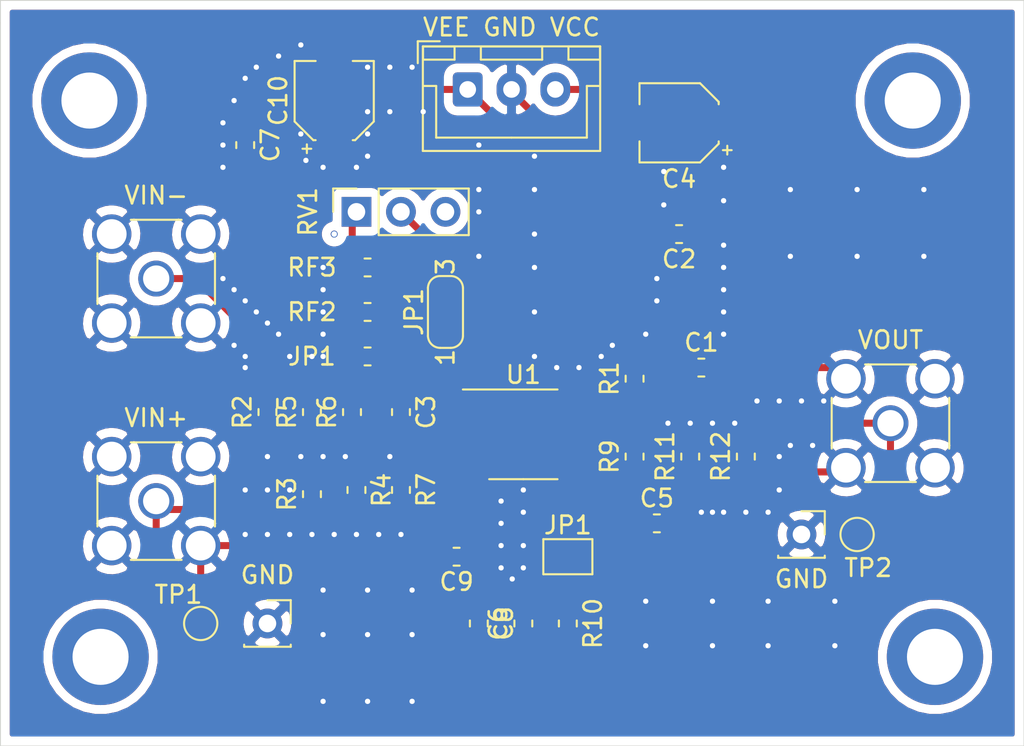
<source format=kicad_pcb>
(kicad_pcb (version 20171130) (host pcbnew "(5.1.2)-2")
  (layers (0 F.Cu signal) (31 B.Cu signal) (34 B.Paste user) (35 F.Paste user) (36 B.SilkS user) (37 F.SilkS user) (38 B.Mask user) (39 F.Mask user) (44 Edge.Cuts user))
  (net 0 "")
  (net 1 /VCC)
  (net 2 GNDREF)
  (net 3 "Net-(C3-Pad2)")
  (net 4 "Net-(C3-Pad1)")
  (net 5 "Net-(C5-Pad1)")
  (net 6 "Net-(C6-Pad1)")
  (net 7 "Net-(C6-Pad2)")
  (net 8 /VEE)
  (net 9 "Net-(J2-Pad1)")
  (net 10 "Net-(J3-Pad1)")
  (net 11 "Net-(J5-Pad1)")
  (net 12 /PD)
  (net 13 "Net-(R4-Pad1)")
  (net 14 "Net-(R11-Pad1)")
  (net 15 "Net-(JP1-Pad1)")
  (net 16 "Net-(JP1-Pad3)")
  (module Package_SO:SOIC-8_3.9x4.9mm_P1.27mm (layer F.Cu) (at 146.05 123.19)
    (fp_text reference U1 (at 0 -3.4) (layer F.SilkS))
    (fp_text value ADA4817-1)
    (fp_line (start 0 2.56) (end 1.95 2.56) (layer F.SilkS) (width 0.12))
    (fp_line (start 0 2.56) (end -1.95 2.56) (layer F.SilkS) (width 0.12))
    (fp_line (start 0 -2.56) (end 1.95 -2.56) (layer F.SilkS) (width 0.12))
    (fp_line (start 0 -2.56) (end -3.45 -2.56) (layer F.SilkS) (width 0.12))
    (pad 1 smd roundrect (at -2.475 -1.905) (size 1.95 0.6) (layers F.Cu F.Paste F.Mask) (net 4 "Net-(C3-Pad1)"))
    (pad 2 smd roundrect (at -2.475 -0.635) (size 1.95 0.6) (layers F.Cu F.Paste F.Mask) (net 3 "Net-(C3-Pad2)"))
    (pad 3 smd roundrect (at -2.475 0.635) (size 1.95 0.6) (layers F.Cu F.Paste F.Mask) (net 13 "Net-(R4-Pad1)"))
    (pad 4 smd roundrect (at -2.475 1.905) (size 1.95 0.6) (layers F.Cu F.Paste F.Mask) (net 8 /VEE))
    (pad 5 smd roundrect (at 2.475 1.905) (size 1.95 0.6) (layers F.Cu F.Paste F.Mask) (net 7 "Net-(C6-Pad2)"))
    (pad 6 smd roundrect (at 2.475 0.635) (size 1.95 0.6) (layers F.Cu F.Paste F.Mask) (net 14 "Net-(R11-Pad1)"))
    (pad 7 smd roundrect (at 2.475 -0.635) (size 1.95 0.6) (layers F.Cu F.Paste F.Mask) (net 1 /VCC))
    (pad 8 smd roundrect (at 2.475 -1.905) (size 1.95 0.6) (layers F.Cu F.Paste F.Mask) (net 12 /PD))
  )
  (module Resistor_SMD:R_0603_1608Metric_Pad1.05x0.95mm_HandSolder (layer F.Cu) (at 131.445 121.92 90)
    (fp_text reference R2 (at 0 -1.43 90) (layer F.SilkS))
    (fp_text value RTN)
    (fp_line (start -0.171267 -0.51) (end 0.171267 -0.51) (layer F.SilkS) (width 0.12))
    (fp_line (start -0.171267 0.51) (end 0.171267 0.51) (layer F.SilkS) (width 0.12))
    (pad 1 smd roundrect (at -0.875 0 90) (size 1.05 0.95) (layers F.Cu F.Paste F.Mask) (net 2 GNDREF))
    (pad 2 smd roundrect (at 0.875 0 90) (size 1.05 0.95) (layers F.Cu F.Paste F.Mask) (net 9 "Net-(J2-Pad1)"))
  )
  (module MountingHole:MountingHole_3.2mm_M3_ISO14580_Pad (layer F.Cu) (at 168.275 104.14)
    (fp_text reference REF** hide)
    (fp_text value MountingHole_3.2mm_M3_ISO14580_Pad)
    (pad 1 thru_hole circle (at 0 0) (size 5.5 5.5) (drill 3.2) (layers *.Cu *.Mask))
  )
  (module MountingHole:MountingHole_3.2mm_M3_ISO14580_Pad (layer F.Cu) (at 169.545 135.89)
    (fp_text reference REF** hide)
    (fp_text value MountingHole_3.2mm_M3_ISO14580_Pad)
    (pad 1 thru_hole circle (at 0 0) (size 5.5 5.5) (drill 3.2) (layers *.Cu *.Mask))
  )
  (module MountingHole:MountingHole_3.2mm_M3_ISO14580_Pad (layer F.Cu) (at 121.92 135.89)
    (fp_text reference REF** hide)
    (fp_text value MountingHole_3.2mm_M3_ISO14580_Pad)
    (pad 1 thru_hole circle (at 0 0) (size 5.5 5.5) (drill 3.2) (layers *.Cu *.Mask))
  )
  (module MountingHole:MountingHole_3.2mm_M3_ISO14580_Pad (layer F.Cu) (at 121.285 104.14)
    (fp_text reference REF** hide)
    (fp_text value MountingHole_3.2mm_M3_ISO14580_Pad)
    (pad 1 thru_hole circle (at 0 0) (size 5.5 5.5) (drill 3.2) (layers *.Cu *.Mask))
  )
  (module Connector_PinSocket_2.54mm:PinSocket_1x01_P2.54mm_Vertical (layer F.Cu) (at 131.445 133.985)
    (fp_text reference GND (at 0 -2.77) (layer F.SilkS))
    (fp_text value PinSocket_1x01_P2.54mm_Vertical)
    (fp_line (start 0 -1.33) (end 1.33 -1.33) (layer F.SilkS) (width 0.12))
    (fp_line (start 1.33 -1.33) (end 1.33 0) (layer F.SilkS) (width 0.12))
    (fp_line (start 1.33 1.21) (end 1.33 1.33) (layer F.SilkS) (width 0.12))
    (fp_line (start -1.33 1.21) (end -1.33 1.33) (layer F.SilkS) (width 0.12))
    (fp_line (start -1.33 1.33) (end 1.33 1.33) (layer F.SilkS) (width 0.12))
    (pad 1 thru_hole circle (at 0 0) (size 1.7 1.7) (drill 1) (layers *.Cu *.Mask) (net 2 GNDREF))
  )
  (module Connector_PinSocket_2.54mm:PinSocket_1x01_P2.54mm_Vertical (layer F.Cu) (at 161.925 128.905)
    (fp_text reference GND (at 0 2.54) (layer F.SilkS))
    (fp_text value PinSocket_1x01_P2.54mm_Vertical)
    (fp_line (start 0 -1.33) (end 1.33 -1.33) (layer F.SilkS) (width 0.12))
    (fp_line (start 1.33 -1.33) (end 1.33 0) (layer F.SilkS) (width 0.12))
    (fp_line (start 1.33 1.21) (end 1.33 1.33) (layer F.SilkS) (width 0.12))
    (fp_line (start -1.33 1.21) (end -1.33 1.33) (layer F.SilkS) (width 0.12))
    (fp_line (start -1.33 1.33) (end 1.33 1.33) (layer F.SilkS) (width 0.12))
    (pad 1 thru_hole circle (at 0 0) (size 1.7 1.7) (drill 1) (layers *.Cu *.Mask) (net 2 GNDREF))
  )
  (module TestPoint:TestPoint_Pad_D1.5mm (layer F.Cu) (at 165.1 128.905)
    (fp_text reference TP2 (at 0.635 1.905) (layer F.SilkS))
    (fp_text value TestPoint_Pad_D1.5mm)
    (fp_circle (center 0 0) (end 0 0.95) (layer F.SilkS) (width 0.12))
    (pad 1 smd circle (at 0 0) (size 1.5 1.5) (layers F.Cu F.Mask) (net 11 "Net-(J5-Pad1)"))
  )
  (module TestPoint:TestPoint_Pad_D1.5mm (layer F.Cu) (at 127.635 133.985)
    (fp_text reference TP1 (at -1.27 -1.648) (layer F.SilkS))
    (fp_text value TestPoint_Pad_D1.5mm)
    (fp_circle (center 0 0) (end 0 0.95) (layer F.SilkS) (width 0.12))
    (pad 1 smd circle (at 0 0) (size 1.5 1.5) (layers F.Cu F.Mask) (net 10 "Net-(J3-Pad1)"))
  )
  (module Connector_JST:JST_XH_B3B-XH-A_1x03_P2.50mm_Vertical (layer F.Cu) (at 142.875 103.505)
    (fp_text reference "VEE GND VCC" (at 2.5 -3.55) (layer F.SilkS))
    (fp_text value Conn_01x03_Male)
    (fp_line (start -2.56 -2.46) (end -2.56 3.51) (layer F.SilkS) (width 0.12))
    (fp_line (start -2.56 3.51) (end 7.56 3.51) (layer F.SilkS) (width 0.12))
    (fp_line (start 7.56 3.51) (end 7.56 -2.46) (layer F.SilkS) (width 0.12))
    (fp_line (start 7.56 -2.46) (end -2.56 -2.46) (layer F.SilkS) (width 0.12))
    (fp_line (start 0.75 -2.45) (end 0.75 -1.7) (layer F.SilkS) (width 0.12))
    (fp_line (start 0.75 -1.7) (end 4.25 -1.7) (layer F.SilkS) (width 0.12))
    (fp_line (start 4.25 -1.7) (end 4.25 -2.45) (layer F.SilkS) (width 0.12))
    (fp_line (start 4.25 -2.45) (end 0.75 -2.45) (layer F.SilkS) (width 0.12))
    (fp_line (start -2.55 -2.45) (end -2.55 -1.7) (layer F.SilkS) (width 0.12))
    (fp_line (start -2.55 -1.7) (end -0.75 -1.7) (layer F.SilkS) (width 0.12))
    (fp_line (start -0.75 -1.7) (end -0.75 -2.45) (layer F.SilkS) (width 0.12))
    (fp_line (start -0.75 -2.45) (end -2.55 -2.45) (layer F.SilkS) (width 0.12))
    (fp_line (start 5.75 -2.45) (end 5.75 -1.7) (layer F.SilkS) (width 0.12))
    (fp_line (start 5.75 -1.7) (end 7.55 -1.7) (layer F.SilkS) (width 0.12))
    (fp_line (start 7.55 -1.7) (end 7.55 -2.45) (layer F.SilkS) (width 0.12))
    (fp_line (start 7.55 -2.45) (end 5.75 -2.45) (layer F.SilkS) (width 0.12))
    (fp_line (start -2.55 -0.2) (end -1.8 -0.2) (layer F.SilkS) (width 0.12))
    (fp_line (start -1.8 -0.2) (end -1.8 2.75) (layer F.SilkS) (width 0.12))
    (fp_line (start -1.8 2.75) (end 2.5 2.75) (layer F.SilkS) (width 0.12))
    (fp_line (start 7.55 -0.2) (end 6.8 -0.2) (layer F.SilkS) (width 0.12))
    (fp_line (start 6.8 -0.2) (end 6.8 2.75) (layer F.SilkS) (width 0.12))
    (fp_line (start 6.8 2.75) (end 2.5 2.75) (layer F.SilkS) (width 0.12))
    (fp_line (start -1.6 -2.75) (end -2.85 -2.75) (layer F.SilkS) (width 0.12))
    (fp_line (start -2.85 -2.75) (end -2.85 -1.5) (layer F.SilkS) (width 0.12))
    (pad 1 thru_hole roundrect (at 0 0) (size 1.7 1.95) (drill 0.95) (layers *.Cu *.Mask) (roundrect_rratio 0.147059) (net 8 /VEE))
    (pad 2 thru_hole oval (at 2.5 0) (size 1.7 1.95) (drill 0.95) (layers *.Cu *.Mask) (net 2 GNDREF))
    (pad 3 thru_hole oval (at 5 0) (size 1.7 1.95) (drill 0.95) (layers *.Cu *.Mask) (net 1 /VCC))
  )
  (module Jumper:SolderJumper-2_P1.3mm_Open_TrianglePad1.0x1.5mm (layer F.Cu) (at 148.59 130.175)
    (fp_text reference JP1 (at 0 -1.8) (layer F.SilkS))
    (fp_text value SolderJumper-2_P1.3mm_Open_TrianglePad1.0x1.5mm)
    (fp_line (start -1.4 -1) (end 1.4 -1) (layer F.SilkS) (width 0.12))
    (fp_line (start 1.4 -1) (end 1.4 1) (layer F.SilkS) (width 0.12))
    (fp_line (start 1.4 1) (end -1.4 1) (layer F.SilkS) (width 0.12))
    (fp_line (start -1.4 1) (end -1.4 -1) (layer F.SilkS) (width 0.12))
    (pad 1 smd custom (at -0.725 0) (size 0.3 0.3) (layers F.Cu F.Mask) (net 7 "Net-(C6-Pad2)") (options (clearance outline) (anchor rect)) (primitives (gr_poly (pts (xy -0.5 -0.75) (xy 0.5 -0.75) (xy 1 0) (xy 0.5 0.75) (xy -0.5 0.75)) (width 0))))
    (pad 2 smd custom (at 0.725 0) (size 0.3 0.3) (layers F.Cu F.Mask) (net 7 "Net-(C6-Pad2)") (options (clearance outline) (anchor rect)) (primitives (gr_poly (pts (xy -0.65 -0.75) (xy 0.5 -0.75) (xy 0.5 0.75) (xy -0.65 0.75) (xy -0.15 0)) (width 0))))
  )
  (module Capacitor_SMD:C_0603_1608Metric_Pad1.05x0.95mm_HandSolder (layer F.Cu) (at 156.21 119.38)
    (fp_text reference C1 (at 0 -1.43) (layer F.SilkS))
    (fp_text value 0.1uF)
    (fp_line (start -0.171267 -0.51) (end 0.171267 -0.51) (layer F.SilkS) (width 0.12))
    (fp_line (start -0.171267 0.51) (end 0.171267 0.51) (layer F.SilkS) (width 0.12))
    (pad 1 smd roundrect (at -0.875 0) (size 1.05 0.95) (layers F.Cu F.Paste F.Mask) (net 1 /VCC))
    (pad 2 smd roundrect (at 0.875 0) (size 1.05 0.95) (layers F.Cu F.Paste F.Mask) (net 2 GNDREF))
  )
  (module Capacitor_SMD:C_0603_1608Metric_Pad1.05x0.95mm_HandSolder (layer F.Cu) (at 154.94 111.76 180)
    (fp_text reference C2 (at 0 -1.43) (layer F.SilkS))
    (fp_text value 0.1uF)
    (fp_line (start -0.171267 0.51) (end 0.171267 0.51) (layer F.SilkS) (width 0.12))
    (fp_line (start -0.171267 -0.51) (end 0.171267 -0.51) (layer F.SilkS) (width 0.12))
    (pad 2 smd roundrect (at 0.875 0 180) (size 1.05 0.95) (layers F.Cu F.Paste F.Mask) (net 2 GNDREF))
    (pad 1 smd roundrect (at -0.875 0 180) (size 1.05 0.95) (layers F.Cu F.Paste F.Mask) (net 1 /VCC))
  )
  (module Capacitor_SMD:C_0603_1608Metric_Pad1.05x0.95mm_HandSolder (layer F.Cu) (at 139.065 121.92 270)
    (fp_text reference C3 (at 0 -1.43 90) (layer F.SilkS))
    (fp_text value CF)
    (fp_line (start -0.171267 0.51) (end 0.171267 0.51) (layer F.SilkS) (width 0.12))
    (fp_line (start -0.171267 -0.51) (end 0.171267 -0.51) (layer F.SilkS) (width 0.12))
    (pad 2 smd roundrect (at 0.875 0 270) (size 1.05 0.95) (layers F.Cu F.Paste F.Mask) (net 3 "Net-(C3-Pad2)"))
    (pad 1 smd roundrect (at -0.875 0 270) (size 1.05 0.95) (layers F.Cu F.Paste F.Mask) (net 4 "Net-(C3-Pad1)"))
  )
  (module Capacitor_SMD:CP_Elec_4x5.4 (layer F.Cu) (at 154.94 105.41 180)
    (fp_text reference C4 (at 0 -3.2) (layer F.SilkS))
    (fp_text value 10uF)
    (fp_line (start -2.75 -1.81) (end -2.75 -1.31) (layer F.SilkS) (width 0.12))
    (fp_line (start -3 -1.56) (end -2.5 -1.56) (layer F.SilkS) (width 0.12))
    (fp_line (start -2.26 1.195563) (end -1.195563 2.26) (layer F.SilkS) (width 0.12))
    (fp_line (start -2.26 -1.195563) (end -1.195563 -2.26) (layer F.SilkS) (width 0.12))
    (fp_line (start -2.26 -1.195563) (end -2.26 -1.06) (layer F.SilkS) (width 0.12))
    (fp_line (start -2.26 1.195563) (end -2.26 1.06) (layer F.SilkS) (width 0.12))
    (fp_line (start -1.195563 2.26) (end 2.26 2.26) (layer F.SilkS) (width 0.12))
    (fp_line (start -1.195563 -2.26) (end 2.26 -2.26) (layer F.SilkS) (width 0.12))
    (fp_line (start 2.26 -2.26) (end 2.26 -1.06) (layer F.SilkS) (width 0.12))
    (fp_line (start 2.26 2.26) (end 2.26 1.06) (layer F.SilkS) (width 0.12))
    (pad 2 smd roundrect (at 1.8 0 180) (size 2.6 1.6) (layers F.Cu F.Paste F.Mask) (roundrect_rratio 0.15625) (net 2 GNDREF))
    (pad 1 smd roundrect (at -1.8 0 180) (size 2.6 1.6) (layers F.Cu F.Paste F.Mask) (roundrect_rratio 0.15625) (net 1 /VCC))
  )
  (module Capacitor_SMD:C_0603_1608Metric_Pad1.05x0.95mm_HandSolder (layer F.Cu) (at 153.67 128.27)
    (fp_text reference C5 (at 0 -1.43) (layer F.SilkS))
    (fp_text value CL)
    (fp_line (start -0.171267 -0.51) (end 0.171267 -0.51) (layer F.SilkS) (width 0.12))
    (fp_line (start -0.171267 0.51) (end 0.171267 0.51) (layer F.SilkS) (width 0.12))
    (pad 1 smd roundrect (at -0.875 0) (size 1.05 0.95) (layers F.Cu F.Paste F.Mask) (net 5 "Net-(C5-Pad1)"))
    (pad 2 smd roundrect (at 0.875 0) (size 1.05 0.95) (layers F.Cu F.Paste F.Mask) (net 2 GNDREF))
  )
  (module Capacitor_SMD:C_0603_1608Metric_Pad1.05x0.95mm_HandSolder (layer F.Cu) (at 146.05 133.985 90)
    (fp_text reference C6 (at 0 -1.43 90) (layer F.SilkS))
    (fp_text value C)
    (fp_line (start -0.171267 0.51) (end 0.171267 0.51) (layer F.SilkS) (width 0.12))
    (fp_line (start -0.171267 -0.51) (end 0.171267 -0.51) (layer F.SilkS) (width 0.12))
    (pad 2 smd roundrect (at 0.875 0 90) (size 1.05 0.95) (layers F.Cu F.Paste F.Mask) (net 7 "Net-(C6-Pad2)"))
    (pad 1 smd roundrect (at -0.875 0 90) (size 1.05 0.95) (layers F.Cu F.Paste F.Mask) (net 6 "Net-(C6-Pad1)"))
  )
  (module Capacitor_SMD:C_0603_1608Metric_Pad1.05x0.95mm_HandSolder (layer F.Cu) (at 130.175 106.68 270)
    (fp_text reference C7 (at 0 -1.43 90) (layer F.SilkS))
    (fp_text value 0.1uF)
    (fp_line (start -0.171267 -0.51) (end 0.171267 -0.51) (layer F.SilkS) (width 0.12))
    (fp_line (start -0.171267 0.51) (end 0.171267 0.51) (layer F.SilkS) (width 0.12))
    (pad 1 smd roundrect (at -0.875 0 270) (size 1.05 0.95) (layers F.Cu F.Paste F.Mask) (net 8 /VEE))
    (pad 2 smd roundrect (at 0.875 0 270) (size 1.05 0.95) (layers F.Cu F.Paste F.Mask) (net 2 GNDREF))
  )
  (module Capacitor_SMD:C_0603_1608Metric_Pad1.05x0.95mm_HandSolder (layer F.Cu) (at 143.51 133.985 270)
    (fp_text reference C8 (at 0 -1.43 90) (layer F.SilkS))
    (fp_text value C)
    (fp_line (start -0.171267 -0.51) (end 0.171267 -0.51) (layer F.SilkS) (width 0.12))
    (fp_line (start -0.171267 0.51) (end 0.171267 0.51) (layer F.SilkS) (width 0.12))
    (pad 1 smd roundrect (at -0.875 0 270) (size 1.05 0.95) (layers F.Cu F.Paste F.Mask) (net 8 /VEE))
    (pad 2 smd roundrect (at 0.875 0 270) (size 1.05 0.95) (layers F.Cu F.Paste F.Mask) (net 6 "Net-(C6-Pad1)"))
  )
  (module Capacitor_SMD:C_0603_1608Metric_Pad1.05x0.95mm_HandSolder (layer F.Cu) (at 142.24 130.175 180)
    (fp_text reference C9 (at 0 -1.43) (layer F.SilkS))
    (fp_text value 0.1uF)
    (fp_line (start -0.171267 0.51) (end 0.171267 0.51) (layer F.SilkS) (width 0.12))
    (fp_line (start -0.171267 -0.51) (end 0.171267 -0.51) (layer F.SilkS) (width 0.12))
    (pad 2 smd roundrect (at 0.875 0 180) (size 1.05 0.95) (layers F.Cu F.Paste F.Mask) (net 2 GNDREF))
    (pad 1 smd roundrect (at -0.875 0 180) (size 1.05 0.95) (layers F.Cu F.Paste F.Mask) (net 8 /VEE))
  )
  (module Capacitor_SMD:CP_Elec_4x5.4 (layer F.Cu) (at 135.255 104.14 90)
    (fp_text reference C10 (at 0 -3.2 90) (layer F.SilkS))
    (fp_text value 10uF)
    (fp_line (start 2.26 2.26) (end 2.26 1.06) (layer F.SilkS) (width 0.12))
    (fp_line (start 2.26 -2.26) (end 2.26 -1.06) (layer F.SilkS) (width 0.12))
    (fp_line (start -1.195563 -2.26) (end 2.26 -2.26) (layer F.SilkS) (width 0.12))
    (fp_line (start -1.195563 2.26) (end 2.26 2.26) (layer F.SilkS) (width 0.12))
    (fp_line (start -2.26 1.195563) (end -2.26 1.06) (layer F.SilkS) (width 0.12))
    (fp_line (start -2.26 -1.195563) (end -2.26 -1.06) (layer F.SilkS) (width 0.12))
    (fp_line (start -2.26 -1.195563) (end -1.195563 -2.26) (layer F.SilkS) (width 0.12))
    (fp_line (start -2.26 1.195563) (end -1.195563 2.26) (layer F.SilkS) (width 0.12))
    (fp_line (start -3 -1.56) (end -2.5 -1.56) (layer F.SilkS) (width 0.12))
    (fp_line (start -2.75 -1.81) (end -2.75 -1.31) (layer F.SilkS) (width 0.12))
    (pad 1 smd roundrect (at -1.8 0 90) (size 2.6 1.6) (layers F.Cu F.Paste F.Mask) (roundrect_rratio 0.15625) (net 2 GNDREF))
    (pad 2 smd roundrect (at 1.8 0 90) (size 2.6 1.6) (layers F.Cu F.Paste F.Mask) (roundrect_rratio 0.15625) (net 8 /VEE))
  )
  (module Connector_Coaxial:SMA_Amphenol_132134-11_Vertical (layer F.Cu) (at 125.095 114.3)
    (fp_text reference VIN- (at 0 -4.75) (layer F.SilkS))
    (fp_text value -VIN)
    (fp_line (start -3.355 -1.45) (end -3.355 1.45) (layer F.SilkS) (width 0.12))
    (fp_line (start 3.355 -1.45) (end 3.355 1.45) (layer F.SilkS) (width 0.12))
    (fp_line (start -1.45 3.355) (end 1.45 3.355) (layer F.SilkS) (width 0.12))
    (fp_line (start -1.45 -3.355) (end 1.45 -3.355) (layer F.SilkS) (width 0.12))
    (pad 1 thru_hole circle (at 0 0) (size 2.05 2.05) (drill 1.5) (layers *.Cu *.Mask) (net 9 "Net-(J2-Pad1)"))
    (pad 2 thru_hole circle (at 2.54 2.54) (size 2.25 2.25) (drill 1.7) (layers *.Cu *.Mask) (net 2 GNDREF))
    (pad 2 thru_hole circle (at 2.54 -2.54) (size 2.25 2.25) (drill 1.7) (layers *.Cu *.Mask) (net 2 GNDREF))
    (pad 2 thru_hole circle (at -2.54 -2.54) (size 2.25 2.25) (drill 1.7) (layers *.Cu *.Mask) (net 2 GNDREF))
    (pad 2 thru_hole circle (at -2.54 2.54) (size 2.25 2.25) (drill 1.7) (layers *.Cu *.Mask) (net 2 GNDREF))
  )
  (module Connector_Coaxial:SMA_Amphenol_132134-11_Vertical (layer F.Cu) (at 125.095 127)
    (fp_text reference VIN+ (at 0 -4.75) (layer F.SilkS))
    (fp_text value +VIN)
    (fp_line (start -3.355 -1.45) (end -3.355 1.45) (layer F.SilkS) (width 0.12))
    (fp_line (start 3.355 -1.45) (end 3.355 1.45) (layer F.SilkS) (width 0.12))
    (fp_line (start -1.45 3.355) (end 1.45 3.355) (layer F.SilkS) (width 0.12))
    (fp_line (start -1.45 -3.355) (end 1.45 -3.355) (layer F.SilkS) (width 0.12))
    (pad 1 thru_hole circle (at 0 0) (size 2.05 2.05) (drill 1.5) (layers *.Cu *.Mask) (net 10 "Net-(J3-Pad1)"))
    (pad 2 thru_hole circle (at 2.54 2.54) (size 2.25 2.25) (drill 1.7) (layers *.Cu *.Mask) (net 2 GNDREF))
    (pad 2 thru_hole circle (at 2.54 -2.54) (size 2.25 2.25) (drill 1.7) (layers *.Cu *.Mask) (net 2 GNDREF))
    (pad 2 thru_hole circle (at -2.54 -2.54) (size 2.25 2.25) (drill 1.7) (layers *.Cu *.Mask) (net 2 GNDREF))
    (pad 2 thru_hole circle (at -2.54 2.54) (size 2.25 2.25) (drill 1.7) (layers *.Cu *.Mask) (net 2 GNDREF))
  )
  (module Connector_Coaxial:SMA_Amphenol_132134-11_Vertical (layer F.Cu) (at 167.005 122.555)
    (fp_text reference VOUT (at 0 -4.75) (layer F.SilkS))
    (fp_text value VOUT)
    (fp_line (start -1.45 -3.355) (end 1.45 -3.355) (layer F.SilkS) (width 0.12))
    (fp_line (start -1.45 3.355) (end 1.45 3.355) (layer F.SilkS) (width 0.12))
    (fp_line (start 3.355 -1.45) (end 3.355 1.45) (layer F.SilkS) (width 0.12))
    (fp_line (start -3.355 -1.45) (end -3.355 1.45) (layer F.SilkS) (width 0.12))
    (pad 2 thru_hole circle (at -2.54 2.54) (size 2.25 2.25) (drill 1.7) (layers *.Cu *.Mask) (net 2 GNDREF))
    (pad 2 thru_hole circle (at -2.54 -2.54) (size 2.25 2.25) (drill 1.7) (layers *.Cu *.Mask) (net 2 GNDREF))
    (pad 2 thru_hole circle (at 2.54 -2.54) (size 2.25 2.25) (drill 1.7) (layers *.Cu *.Mask) (net 2 GNDREF))
    (pad 2 thru_hole circle (at 2.54 2.54) (size 2.25 2.25) (drill 1.7) (layers *.Cu *.Mask) (net 2 GNDREF))
    (pad 1 thru_hole circle (at 0 0) (size 2.05 2.05) (drill 1.5) (layers *.Cu *.Mask) (net 11 "Net-(J5-Pad1)"))
  )
  (module Jumper:SolderJumper-3_P1.3mm_Open_RoundedPad1.0x1.5mm_NumberLabels (layer F.Cu) (at 141.605 116.205 90)
    (fp_text reference JP1 (at 0 -1.8 90) (layer F.SilkS))
    (fp_text value Jumper_3_Open)
    (fp_text user 3 (at 2.6 0 90) (layer F.SilkS))
    (fp_text user 1 (at -2.6 0 90) (layer F.SilkS))
    (fp_line (start -2.05 0.3) (end -2.05 -0.3) (layer F.SilkS) (width 0.12))
    (fp_line (start 1.4 1) (end -1.4 1) (layer F.SilkS) (width 0.12))
    (fp_line (start 2.05 -0.3) (end 2.05 0.3) (layer F.SilkS) (width 0.12))
    (fp_line (start -1.4 -1) (end 1.4 -1) (layer F.SilkS) (width 0.12))
    (fp_arc (start 1.35 -0.3) (end 2.05 -0.3) (angle -90) (layer F.SilkS) (width 0.12))
    (fp_arc (start 1.35 0.3) (end 1.35 1) (angle -90) (layer F.SilkS) (width 0.12))
    (fp_arc (start -1.35 0.3) (end -2.05 0.3) (angle -90) (layer F.SilkS) (width 0.12))
    (fp_arc (start -1.35 -0.3) (end -1.35 -1) (angle -90) (layer F.SilkS) (width 0.12))
    (pad 1 smd custom (at -1.3 0 90) (size 1 0.5) (layers F.Cu F.Mask) (net 15 "Net-(JP1-Pad1)") (options (clearance outline) (anchor rect)) (primitives (gr_circle (center 0 0.25) (end 0.5 0.25) (width 0)) (gr_circle (center 0 -0.25) (end 0.5 -0.25) (width 0)) (gr_poly (pts (xy 0.55 -0.75) (xy 0 -0.75) (xy 0 0.75) (xy 0.55 0.75)) (width 0))))
    (pad 3 smd custom (at 1.3 0 90) (size 1 0.5) (layers F.Cu F.Mask) (net 16 "Net-(JP1-Pad3)") (options (clearance outline) (anchor rect)) (primitives (gr_circle (center 0 0.25) (end 0.5 0.25) (width 0)) (gr_circle (center 0 -0.25) (end 0.5 -0.25) (width 0)) (gr_poly (pts (xy -0.55 -0.75) (xy 0 -0.75) (xy 0 0.75) (xy -0.55 0.75)) (width 0))))
    (pad 2 smd rect (at 0 0 90) (size 1 1.5) (layers F.Cu F.Mask) (net 4 "Net-(C3-Pad1)"))
  )
  (module Resistor_SMD:R_0603_1608Metric_Pad1.05x0.95mm_HandSolder (layer F.Cu) (at 152.4 120.015 90)
    (fp_text reference R1 (at 0 -1.43 90) (layer F.SilkS))
    (fp_text value 1kΩ)
    (fp_line (start -0.171267 0.51) (end 0.171267 0.51) (layer F.SilkS) (width 0.12))
    (fp_line (start -0.171267 -0.51) (end 0.171267 -0.51) (layer F.SilkS) (width 0.12))
    (pad 2 smd roundrect (at 0.875 0 90) (size 1.05 0.95) (layers F.Cu F.Paste F.Mask) (net 12 /PD))
    (pad 1 smd roundrect (at -0.875 0 90) (size 1.05 0.95) (layers F.Cu F.Paste F.Mask) (net 1 /VCC))
  )
  (module Resistor_SMD:R_0603_1608Metric_Pad1.05x0.95mm_HandSolder (layer F.Cu) (at 133.985 126.605 90)
    (fp_text reference R3 (at 0 -1.43 90) (layer F.SilkS))
    (fp_text value RTP)
    (fp_line (start -0.171267 0.51) (end 0.171267 0.51) (layer F.SilkS) (width 0.12))
    (fp_line (start -0.171267 -0.51) (end 0.171267 -0.51) (layer F.SilkS) (width 0.12))
    (pad 2 smd roundrect (at 0.875 0 90) (size 1.05 0.95) (layers F.Cu F.Paste F.Mask) (net 2 GNDREF))
    (pad 1 smd roundrect (at -0.875 0 90) (size 1.05 0.95) (layers F.Cu F.Paste F.Mask) (net 10 "Net-(J3-Pad1)"))
  )
  (module Resistor_SMD:R_0603_1608Metric_Pad1.05x0.95mm_HandSolder (layer F.Cu) (at 136.525 126.365 270)
    (fp_text reference R4 (at 0 -1.43 90) (layer F.SilkS))
    (fp_text value R)
    (fp_line (start -0.171267 -0.51) (end 0.171267 -0.51) (layer F.SilkS) (width 0.12))
    (fp_line (start -0.171267 0.51) (end 0.171267 0.51) (layer F.SilkS) (width 0.12))
    (pad 1 smd roundrect (at -0.875 0 270) (size 1.05 0.95) (layers F.Cu F.Paste F.Mask) (net 13 "Net-(R4-Pad1)"))
    (pad 2 smd roundrect (at 0.875 0 270) (size 1.05 0.95) (layers F.Cu F.Paste F.Mask) (net 10 "Net-(J3-Pad1)"))
  )
  (module Resistor_SMD:R_0603_1608Metric_Pad1.05x0.95mm_HandSolder (layer F.Cu) (at 133.985 121.92 90)
    (fp_text reference R5 (at 0 -1.43 90) (layer F.SilkS))
    (fp_text value R)
    (fp_line (start -0.171267 -0.51) (end 0.171267 -0.51) (layer F.SilkS) (width 0.12))
    (fp_line (start -0.171267 0.51) (end 0.171267 0.51) (layer F.SilkS) (width 0.12))
    (pad 1 smd roundrect (at -0.875 0 90) (size 1.05 0.95) (layers F.Cu F.Paste F.Mask) (net 3 "Net-(C3-Pad2)"))
    (pad 2 smd roundrect (at 0.875 0 90) (size 1.05 0.95) (layers F.Cu F.Paste F.Mask) (net 9 "Net-(J2-Pad1)"))
  )
  (module Resistor_SMD:R_0603_1608Metric_Pad1.05x0.95mm_HandSolder (layer F.Cu) (at 136.271 121.92 90)
    (fp_text reference R6 (at 0 -1.43 90) (layer F.SilkS))
    (fp_text value R)
    (fp_line (start -0.171267 0.51) (end 0.171267 0.51) (layer F.SilkS) (width 0.12))
    (fp_line (start -0.171267 -0.51) (end 0.171267 -0.51) (layer F.SilkS) (width 0.12))
    (pad 2 smd roundrect (at 0.875 0 90) (size 1.05 0.95) (layers F.Cu F.Paste F.Mask) (net 3 "Net-(C3-Pad2)"))
    (pad 1 smd roundrect (at -0.875 0 90) (size 1.05 0.95) (layers F.Cu F.Paste F.Mask) (net 2 GNDREF))
  )
  (module Resistor_SMD:R_0603_1608Metric_Pad1.05x0.95mm_HandSolder (layer F.Cu) (at 139.065 126.365 270)
    (fp_text reference R7 (at 0 -1.43 90) (layer F.SilkS))
    (fp_text value R)
    (fp_line (start -0.171267 -0.51) (end 0.171267 -0.51) (layer F.SilkS) (width 0.12))
    (fp_line (start -0.171267 0.51) (end 0.171267 0.51) (layer F.SilkS) (width 0.12))
    (pad 1 smd roundrect (at -0.875 0 270) (size 1.05 0.95) (layers F.Cu F.Paste F.Mask) (net 13 "Net-(R4-Pad1)"))
    (pad 2 smd roundrect (at 0.875 0 270) (size 1.05 0.95) (layers F.Cu F.Paste F.Mask) (net 2 GNDREF))
  )
  (module Resistor_SMD:R_0603_1608Metric_Pad1.05x0.95mm_HandSolder (layer F.Cu) (at 152.4 124.46 90)
    (fp_text reference R9 (at 0 -1.43 90) (layer F.SilkS))
    (fp_text value RS)
    (fp_line (start -0.171267 -0.51) (end 0.171267 -0.51) (layer F.SilkS) (width 0.12))
    (fp_line (start -0.171267 0.51) (end 0.171267 0.51) (layer F.SilkS) (width 0.12))
    (pad 1 smd roundrect (at -0.875 0 90) (size 1.05 0.95) (layers F.Cu F.Paste F.Mask) (net 5 "Net-(C5-Pad1)"))
    (pad 2 smd roundrect (at 0.875 0 90) (size 1.05 0.95) (layers F.Cu F.Paste F.Mask) (net 14 "Net-(R11-Pad1)"))
  )
  (module Resistor_SMD:R_0603_1608Metric_Pad1.05x0.95mm_HandSolder (layer F.Cu) (at 148.59 133.985 270)
    (fp_text reference R10 (at 0 -1.43 90) (layer F.SilkS))
    (fp_text value R)
    (fp_line (start -0.171267 0.51) (end 0.171267 0.51) (layer F.SilkS) (width 0.12))
    (fp_line (start -0.171267 -0.51) (end 0.171267 -0.51) (layer F.SilkS) (width 0.12))
    (pad 2 smd roundrect (at 0.875 0 270) (size 1.05 0.95) (layers F.Cu F.Paste F.Mask) (net 6 "Net-(C6-Pad1)"))
    (pad 1 smd roundrect (at -0.875 0 270) (size 1.05 0.95) (layers F.Cu F.Paste F.Mask) (net 7 "Net-(C6-Pad2)"))
  )
  (module Resistor_SMD:R_0603_1608Metric_Pad1.05x0.95mm_HandSolder (layer F.Cu) (at 155.575 124.46 90)
    (fp_text reference R11 (at 0 -1.43 90) (layer F.SilkS))
    (fp_text value R)
    (fp_line (start -0.171267 0.51) (end 0.171267 0.51) (layer F.SilkS) (width 0.12))
    (fp_line (start -0.171267 -0.51) (end 0.171267 -0.51) (layer F.SilkS) (width 0.12))
    (pad 2 smd roundrect (at 0.875 0 90) (size 1.05 0.95) (layers F.Cu F.Paste F.Mask) (net 11 "Net-(J5-Pad1)"))
    (pad 1 smd roundrect (at -0.875 0 90) (size 1.05 0.95) (layers F.Cu F.Paste F.Mask) (net 14 "Net-(R11-Pad1)"))
  )
  (module Resistor_SMD:R_0603_1608Metric_Pad1.05x0.95mm_HandSolder (layer F.Cu) (at 158.75 124.46 90)
    (fp_text reference R12 (at 0 -1.43 90) (layer F.SilkS))
    (fp_text value R)
    (fp_line (start -0.171267 -0.51) (end 0.171267 -0.51) (layer F.SilkS) (width 0.12))
    (fp_line (start -0.171267 0.51) (end 0.171267 0.51) (layer F.SilkS) (width 0.12))
    (pad 1 smd roundrect (at -0.875 0 90) (size 1.05 0.95) (layers F.Cu F.Paste F.Mask) (net 2 GNDREF))
    (pad 2 smd roundrect (at 0.875 0 90) (size 1.05 0.95) (layers F.Cu F.Paste F.Mask) (net 11 "Net-(J5-Pad1)"))
  )
  (module Resistor_SMD:R_0603_1608Metric_Pad1.05x0.95mm_HandSolder (layer F.Cu) (at 137.16 118.745)
    (fp_text reference JP1 (at -3.175 0) (layer F.SilkS))
    (fp_text value R)
    (fp_line (start -0.171267 0.51) (end 0.171267 0.51) (layer F.SilkS) (width 0.12))
    (fp_line (start -0.171267 -0.51) (end 0.171267 -0.51) (layer F.SilkS) (width 0.12))
    (pad 2 smd roundrect (at 0.875 0) (size 1.05 0.95) (layers F.Cu F.Paste F.Mask) (net 15 "Net-(JP1-Pad1)"))
    (pad 1 smd roundrect (at -0.875 0) (size 1.05 0.95) (layers F.Cu F.Paste F.Mask) (net 3 "Net-(C3-Pad2)"))
  )
  (module Resistor_SMD:R_0603_1608Metric_Pad1.05x0.95mm_HandSolder (layer F.Cu) (at 137.16 116.205)
    (fp_text reference RF2 (at -3.175 0) (layer F.SilkS))
    (fp_text value R)
    (fp_line (start -0.171267 -0.51) (end 0.171267 -0.51) (layer F.SilkS) (width 0.12))
    (fp_line (start -0.171267 0.51) (end 0.171267 0.51) (layer F.SilkS) (width 0.12))
    (pad 1 smd roundrect (at -0.875 0) (size 1.05 0.95) (layers F.Cu F.Paste F.Mask) (net 3 "Net-(C3-Pad2)"))
    (pad 2 smd roundrect (at 0.875 0) (size 1.05 0.95) (layers F.Cu F.Paste F.Mask) (net 15 "Net-(JP1-Pad1)"))
  )
  (module Resistor_SMD:R_0603_1608Metric_Pad1.05x0.95mm_HandSolder (layer F.Cu) (at 137.16 113.665 180)
    (fp_text reference RF3 (at 3.175 0) (layer F.SilkS))
    (fp_text value R)
    (fp_line (start -0.171267 0.51) (end 0.171267 0.51) (layer F.SilkS) (width 0.12))
    (fp_line (start -0.171267 -0.51) (end 0.171267 -0.51) (layer F.SilkS) (width 0.12))
    (pad 2 smd roundrect (at 0.875 0 180) (size 1.05 0.95) (layers F.Cu F.Paste F.Mask) (net 3 "Net-(C3-Pad2)"))
    (pad 1 smd roundrect (at -0.875 0 180) (size 1.05 0.95) (layers F.Cu F.Paste F.Mask) (net 15 "Net-(JP1-Pad1)"))
  )
  (module Connector_PinSocket_2.54mm:PinSocket_1x03_P2.54mm_Vertical (layer F.Cu) (at 136.525 110.49 90)
    (fp_text reference RV1 (at 0 -2.77 90) (layer F.SilkS))
    (fp_text value R_POT)
    (fp_line (start -1.33 1.27) (end 1.33 1.27) (layer F.SilkS) (width 0.12))
    (fp_line (start -1.33 1.27) (end -1.33 6.41) (layer F.SilkS) (width 0.12))
    (fp_line (start -1.33 6.41) (end 1.33 6.41) (layer F.SilkS) (width 0.12))
    (fp_line (start 1.33 1.27) (end 1.33 6.41) (layer F.SilkS) (width 0.12))
    (fp_line (start 1.33 -1.33) (end 1.33 0) (layer F.SilkS) (width 0.12))
    (fp_line (start 0 -1.33) (end 1.33 -1.33) (layer F.SilkS) (width 0.12))
    (pad 1 thru_hole rect (at 0 0 90) (size 1.7 1.7) (drill 1) (layers *.Cu *.Mask) (net 3 "Net-(C3-Pad2)"))
    (pad 2 thru_hole oval (at 0 2.54 90) (size 1.7 1.7) (drill 1) (layers *.Cu *.Mask) (net 16 "Net-(JP1-Pad3)"))
    (pad 3 thru_hole oval (at 0 5.08 90) (size 1.7 1.7) (drill 1) (layers *.Cu *.Mask))
  )
  (gr_line (start 116.205 98.425) (end 116.205 99.695) (layer Edge.Cuts) (width 0.05))
  (gr_line (start 174.625 98.425) (end 116.205 98.425) (layer Edge.Cuts) (width 0.05))
  (gr_line (start 174.625 140.97) (end 174.625 98.425) (layer Edge.Cuts) (width 0.05))
  (gr_line (start 116.205 140.97) (end 174.625 140.97) (layer Edge.Cuts) (width 0.05))
  (gr_line (start 116.205 99.695) (end 116.205 140.97) (layer Edge.Cuts) (width 0.05))
  (via (at 135.255 111.76) (size 0.4) (drill 0.3) (layers F.Cu B.Cu) (net 0))
  (segment (start 150.735 122.555) (end 152.4 120.89) (width 0.4) (layer F.Cu) (net 1))
  (segment (start 148.525 122.555) (end 150.735 122.555) (width 0.4) (layer F.Cu) (net 1))
  (segment (start 153.825 120.89) (end 155.335 119.38) (width 0.4) (layer F.Cu) (net 1))
  (segment (start 152.4 120.89) (end 153.825 120.89) (width 0.4) (layer F.Cu) (net 1))
  (segment (start 155.335 112.24) (end 155.815 111.76) (width 0.4) (layer F.Cu) (net 1))
  (segment (start 155.335 119.38) (end 155.335 112.24) (width 0.4) (layer F.Cu) (net 1))
  (segment (start 155.815 106.335) (end 156.74 105.41) (width 0.4) (layer F.Cu) (net 1))
  (segment (start 155.815 111.76) (end 155.815 106.335) (width 0.4) (layer F.Cu) (net 1))
  (segment (start 149.125 103.505) (end 147.875 103.505) (width 0.4) (layer F.Cu) (net 1))
  (segment (start 155.735 103.505) (end 149.125 103.505) (width 0.4) (layer F.Cu) (net 1))
  (segment (start 156.74 104.51) (end 155.735 103.505) (width 0.4) (layer F.Cu) (net 1))
  (segment (start 156.74 105.41) (end 156.74 104.51) (width 0.4) (layer F.Cu) (net 1))
  (segment (start 131.445 123.19) (end 133.985 125.73) (width 0.4) (layer F.Cu) (net 2))
  (segment (start 131.445 122.795) (end 131.445 123.19) (width 0.4) (layer F.Cu) (net 2))
  (segment (start 133.985 125.73) (end 134.62 125.73) (width 0.4) (layer F.Cu) (net 2))
  (segment (start 136.271 124.079) (end 136.271 122.795) (width 0.4) (layer F.Cu) (net 2))
  (segment (start 134.62 125.73) (end 135.89 124.46) (width 0.4) (layer F.Cu) (net 2))
  (segment (start 163.83 119.38) (end 164.465 120.015) (width 0.4) (layer F.Cu) (net 2))
  (segment (start 157.085 119.38) (end 163.83 119.38) (width 0.4) (layer F.Cu) (net 2))
  (segment (start 164.225 125.335) (end 164.465 125.095) (width 0.4) (layer F.Cu) (net 2))
  (segment (start 157.48 125.335) (end 158.75 125.335) (width 0.4) (layer F.Cu) (net 2))
  (segment (start 154.545 128.27) (end 157.48 125.335) (width 0.4) (layer F.Cu) (net 2))
  (segment (start 139.065 127.24) (end 140.575 127.24) (width 0.4) (layer F.Cu) (net 2))
  (segment (start 141.365 128.03) (end 141.365 130.175) (width 0.4) (layer F.Cu) (net 2))
  (segment (start 140.575 127.24) (end 141.365 128.03) (width 0.4) (layer F.Cu) (net 2))
  (segment (start 154.065 106.335) (end 153.14 105.41) (width 0.4) (layer F.Cu) (net 2))
  (segment (start 154.065 111.76) (end 154.065 110.095) (width 0.4) (layer F.Cu) (net 2))
  (segment (start 145.375 103.63) (end 145.375 103.505) (width 0.4) (layer F.Cu) (net 2))
  (segment (start 147.155 105.41) (end 145.375 103.63) (width 0.4) (layer F.Cu) (net 2))
  (segment (start 153.14 105.41) (end 147.155 105.41) (width 0.4) (layer F.Cu) (net 2))
  (segment (start 133.64 107.555) (end 135.255 105.94) (width 0.4) (layer F.Cu) (net 2))
  (segment (start 130.175 107.555) (end 133.64 107.555) (width 0.4) (layer F.Cu) (net 2))
  (segment (start 158.75 125.335) (end 164.225 125.335) (width 0.4) (layer F.Cu) (net 2))
  (segment (start 158.75 125.73) (end 158.75 125.335) (width 0.4) (layer F.Cu) (net 2))
  (segment (start 161.925 128.905) (end 158.75 125.73) (width 0.4) (layer F.Cu) (net 2))
  (segment (start 130.175 109.22) (end 127.635 111.76) (width 0.4) (layer F.Cu) (net 2))
  (segment (start 130.175 107.555) (end 130.175 109.22) (width 0.4) (layer F.Cu) (net 2))
  (segment (start 129.3 122.795) (end 131.445 122.795) (width 0.4) (layer F.Cu) (net 2))
  (segment (start 127.635 124.46) (end 129.3 122.795) (width 0.4) (layer F.Cu) (net 2))
  (segment (start 136.765 129.54) (end 127.635 129.54) (width 0.4) (layer F.Cu) (net 2))
  (segment (start 139.065 127.24) (end 137.795 128.905) (width 0.4) (layer F.Cu) (net 2))
  (segment (start 127.635 129.54) (end 127.635 131.445) (width 0.4) (layer F.Cu) (net 2))
  (via (at 128.905 114.3) (size 0.4) (drill 0.3) (layers F.Cu B.Cu) (net 2))
  (via (at 129.54 114.935) (size 0.4) (drill 0.3) (layers F.Cu B.Cu) (net 2))
  (via (at 130.175 115.57) (size 0.4) (drill 0.3) (layers F.Cu B.Cu) (net 2))
  (via (at 130.81 116.205) (size 0.4) (drill 0.3) (layers F.Cu B.Cu) (net 2))
  (via (at 131.445 116.84) (size 0.4) (drill 0.3) (layers F.Cu B.Cu) (net 2))
  (via (at 132.08 117.475) (size 0.4) (drill 0.3) (layers F.Cu B.Cu) (net 2))
  (via (at 132.715 118.745) (size 0.4) (drill 0.3) (layers F.Cu B.Cu) (net 2))
  (via (at 129.54 118.11) (size 0.4) (drill 0.3) (layers F.Cu B.Cu) (net 2))
  (via (at 130.175 118.745) (size 0.4) (drill 0.3) (layers F.Cu B.Cu) (net 2))
  (via (at 130.175 119.38) (size 0.4) (drill 0.3) (layers F.Cu B.Cu) (net 2))
  (via (at 130.175 128.905) (size 0.4) (drill 0.3) (layers F.Cu B.Cu) (net 2))
  (via (at 131.445 128.905) (size 0.4) (drill 0.3) (layers F.Cu B.Cu) (net 2))
  (via (at 132.715 128.905) (size 0.4) (drill 0.3) (layers F.Cu B.Cu) (net 2))
  (via (at 133.985 128.905) (size 0.4) (drill 0.3) (layers F.Cu B.Cu) (net 2))
  (via (at 135.255 128.905) (size 0.4) (drill 0.3) (layers F.Cu B.Cu) (net 2))
  (via (at 136.525 128.905) (size 0.4) (drill 0.3) (layers F.Cu B.Cu) (net 2))
  (segment (start 137.795 128.905) (end 136.765 129.54) (width 0.4) (layer F.Cu) (net 2))
  (via (at 137.795 128.905) (size 0.4) (drill 0.3) (layers F.Cu B.Cu) (net 2))
  (via (at 139.065 128.905) (size 0.4) (drill 0.3) (layers F.Cu B.Cu) (net 2))
  (via (at 130.175 126.365) (size 0.4) (drill 0.3) (layers F.Cu B.Cu) (net 2))
  (via (at 131.445 126.365) (size 0.4) (drill 0.3) (layers F.Cu B.Cu) (net 2))
  (via (at 132.715 126.365) (size 0.4) (drill 0.3) (layers F.Cu B.Cu) (net 2))
  (via (at 131.445 124.46) (size 0.4) (drill 0.3) (layers F.Cu B.Cu) (net 2))
  (via (at 133.35 124.46) (size 0.4) (drill 0.3) (layers F.Cu B.Cu) (net 2))
  (via (at 134.62 124.46) (size 0.4) (drill 0.3) (layers F.Cu B.Cu) (net 2))
  (segment (start 135.89 124.46) (end 136.271 124.079) (width 0.4) (layer F.Cu) (net 2))
  (via (at 135.89 124.46) (size 0.4) (drill 0.3) (layers F.Cu B.Cu) (net 2))
  (via (at 138.43 124.46) (size 0.4) (drill 0.3) (layers F.Cu B.Cu) (net 2))
  (via (at 154.305 122.555) (size 0.4) (drill 0.3) (layers F.Cu B.Cu) (net 2))
  (via (at 155.575 122.555) (size 0.4) (drill 0.3) (layers F.Cu B.Cu) (net 2))
  (via (at 156.845 122.555) (size 0.4) (drill 0.3) (layers F.Cu B.Cu) (net 2))
  (via (at 158.115 122.555) (size 0.4) (drill 0.3) (layers F.Cu B.Cu) (net 2))
  (via (at 159.385 121.285) (size 0.4) (drill 0.3) (layers F.Cu B.Cu) (net 2))
  (via (at 160.655 121.285) (size 0.4) (drill 0.3) (layers F.Cu B.Cu) (net 2))
  (via (at 161.925 121.285) (size 0.4) (drill 0.3) (layers F.Cu B.Cu) (net 2))
  (via (at 163.195 121.285) (size 0.4) (drill 0.3) (layers F.Cu B.Cu) (net 2))
  (via (at 160.655 124.46) (size 0.4) (drill 0.3) (layers F.Cu B.Cu) (net 2))
  (via (at 161.29 123.825) (size 0.4) (drill 0.3) (layers F.Cu B.Cu) (net 2))
  (via (at 162.56 123.825) (size 0.4) (drill 0.3) (layers F.Cu B.Cu) (net 2))
  (via (at 160.655 126.365) (size 0.4) (drill 0.3) (layers F.Cu B.Cu) (net 2))
  (via (at 156.21 127.635) (size 0.4) (drill 0.3) (layers F.Cu B.Cu) (net 2))
  (via (at 156.845 127.635) (size 0.4) (drill 0.3) (layers F.Cu B.Cu) (net 2))
  (via (at 157.48 127.635) (size 0.4) (drill 0.3) (layers F.Cu B.Cu) (net 2))
  (via (at 158.75 127.635) (size 0.4) (drill 0.3) (layers F.Cu B.Cu) (net 2))
  (via (at 160.02 127.635) (size 0.4) (drill 0.3) (layers F.Cu B.Cu) (net 2))
  (via (at 146.685 107.315) (size 0.4) (drill 0.3) (layers F.Cu B.Cu) (net 2))
  (via (at 146.685 109.22) (size 0.4) (drill 0.3) (layers F.Cu B.Cu) (net 2))
  (via (at 146.685 111.76) (size 0.4) (drill 0.3) (layers F.Cu B.Cu) (net 2))
  (via (at 146.685 113.665) (size 0.4) (drill 0.3) (layers F.Cu B.Cu) (net 2))
  (via (at 146.685 116.205) (size 0.4) (drill 0.3) (layers F.Cu B.Cu) (net 2))
  (via (at 146.685 118.745) (size 0.4) (drill 0.3) (layers F.Cu B.Cu) (net 2))
  (via (at 143.51 106.68) (size 0.4) (drill 0.3) (layers F.Cu B.Cu) (net 2))
  (via (at 143.51 109.22) (size 0.4) (drill 0.3) (layers F.Cu B.Cu) (net 2))
  (via (at 143.51 110.49) (size 0.4) (drill 0.3) (layers F.Cu B.Cu) (net 2))
  (via (at 143.51 113.03) (size 0.4) (drill 0.3) (layers F.Cu B.Cu) (net 2))
  (via (at 147.955 119.38) (size 0.4) (drill 0.3) (layers F.Cu B.Cu) (net 2))
  (via (at 149.225 119.38) (size 0.4) (drill 0.3) (layers F.Cu B.Cu) (net 2))
  (via (at 150.495 118.745) (size 0.4) (drill 0.3) (layers F.Cu B.Cu) (net 2))
  (via (at 151.13 118.11) (size 0.4) (drill 0.3) (layers F.Cu B.Cu) (net 2))
  (via (at 153.035 117.475) (size 0.4) (drill 0.3) (layers F.Cu B.Cu) (net 2))
  (via (at 153.67 115.57) (size 0.4) (drill 0.3) (layers F.Cu B.Cu) (net 2))
  (via (at 153.67 114.3) (size 0.4) (drill 0.3) (layers F.Cu B.Cu) (net 2))
  (segment (start 154.065 110.095) (end 154.065 108.19) (width 0.4) (layer F.Cu) (net 2))
  (via (at 154.065 110.095) (size 0.4) (drill 0.3) (layers F.Cu B.Cu) (net 2))
  (segment (start 154.065 108.19) (end 154.065 106.335) (width 0.4) (layer F.Cu) (net 2))
  (via (at 154.065 108.19) (size 0.4) (drill 0.3) (layers F.Cu B.Cu) (net 2))
  (via (at 157.48 107.95) (size 0.4) (drill 0.3) (layers F.Cu B.Cu) (net 2))
  (via (at 157.48 109.855) (size 0.4) (drill 0.3) (layers F.Cu B.Cu) (net 2))
  (via (at 157.48 112.395) (size 0.4) (drill 0.3) (layers F.Cu B.Cu) (net 2))
  (via (at 157.48 113.665) (size 0.4) (drill 0.3) (layers F.Cu B.Cu) (net 2))
  (via (at 157.48 116.205) (size 0.4) (drill 0.3) (layers F.Cu B.Cu) (net 2))
  (via (at 157.48 114.935) (size 0.4) (drill 0.3) (layers F.Cu B.Cu) (net 2))
  (via (at 157.48 117.475) (size 0.4) (drill 0.3) (layers F.Cu B.Cu) (net 2))
  (via (at 137.16 104.775) (size 0.4) (drill 0.3) (layers F.Cu B.Cu) (net 2))
  (via (at 138.43 104.775) (size 0.4) (drill 0.3) (layers F.Cu B.Cu) (net 2))
  (via (at 140.335 104.775) (size 0.4) (drill 0.3) (layers F.Cu B.Cu) (net 2))
  (via (at 137.16 106.045) (size 0.4) (drill 0.3) (layers F.Cu B.Cu) (net 2))
  (via (at 137.16 107.315) (size 0.4) (drill 0.3) (layers F.Cu B.Cu) (net 2))
  (via (at 136.525 107.95) (size 0.4) (drill 0.3) (layers F.Cu B.Cu) (net 2))
  (via (at 134.62 107.95) (size 0.4) (drill 0.3) (layers F.Cu B.Cu) (net 2))
  (segment (start 133.64 107.555) (end 133.64 107.555) (width 0.4) (layer F.Cu) (net 2))
  (via (at 133.64 107.555) (size 0.4) (drill 0.3) (layers F.Cu B.Cu) (net 2))
  (via (at 133.35 106.045) (size 0.4) (drill 0.3) (layers F.Cu B.Cu) (net 2))
  (via (at 137.16 102.235) (size 0.4) (drill 0.3) (layers F.Cu B.Cu) (net 2))
  (via (at 138.43 102.235) (size 0.4) (drill 0.3) (layers F.Cu B.Cu) (net 2))
  (via (at 139.7 102.235) (size 0.4) (drill 0.3) (layers F.Cu B.Cu) (net 2))
  (via (at 133.35 100.965) (size 0.4) (drill 0.3) (layers F.Cu B.Cu) (net 2))
  (via (at 132.08 101.6) (size 0.4) (drill 0.3) (layers F.Cu B.Cu) (net 2))
  (via (at 130.81 102.235) (size 0.4) (drill 0.3) (layers F.Cu B.Cu) (net 2))
  (via (at 130.175 102.87) (size 0.4) (drill 0.3) (layers F.Cu B.Cu) (net 2))
  (via (at 129.54 104.14) (size 0.4) (drill 0.3) (layers F.Cu B.Cu) (net 2))
  (via (at 128.905 105.41) (size 0.4) (drill 0.3) (layers F.Cu B.Cu) (net 2))
  (via (at 128.905 106.68) (size 0.4) (drill 0.3) (layers F.Cu B.Cu) (net 2))
  (via (at 128.905 107.95) (size 0.4) (drill 0.3) (layers F.Cu B.Cu) (net 2))
  (via (at 134.62 113.665) (size 0.4) (drill 0.3) (layers F.Cu B.Cu) (net 2))
  (via (at 134.62 114.935) (size 0.4) (drill 0.3) (layers F.Cu B.Cu) (net 2))
  (via (at 134.62 116.205) (size 0.4) (drill 0.3) (layers F.Cu B.Cu) (net 2))
  (via (at 134.62 117.475) (size 0.4) (drill 0.3) (layers F.Cu B.Cu) (net 2))
  (via (at 134.62 118.745) (size 0.4) (drill 0.3) (layers F.Cu B.Cu) (net 2))
  (via (at 133.985 118.745) (size 0.4) (drill 0.3) (layers F.Cu B.Cu) (net 2))
  (via (at 144.78 127) (size 0.4) (drill 0.3) (layers F.Cu B.Cu) (net 2))
  (via (at 144.78 128.27) (size 0.4) (drill 0.3) (layers F.Cu B.Cu) (net 2))
  (via (at 144.78 130.81) (size 0.4) (drill 0.3) (layers F.Cu B.Cu) (net 2))
  (via (at 146.05 130.81) (size 0.4) (drill 0.3) (layers F.Cu B.Cu) (net 2))
  (via (at 146.05 129.54) (size 0.4) (drill 0.3) (layers F.Cu B.Cu) (net 2))
  (via (at 146.05 127.635) (size 0.4) (drill 0.3) (layers F.Cu B.Cu) (net 2))
  (via (at 144.78 129.54) (size 0.4) (drill 0.3) (layers F.Cu B.Cu) (net 2))
  (via (at 146.05 126.365) (size 0.4) (drill 0.3) (layers F.Cu B.Cu) (net 2))
  (via (at 145.415 131.445) (size 0.4) (drill 0.3) (layers F.Cu B.Cu) (net 2))
  (via (at 161.29 109.22) (size 0.4) (drill 0.3) (layers F.Cu B.Cu) (net 2))
  (via (at 165.1 109.22) (size 0.4) (drill 0.3) (layers F.Cu B.Cu) (net 2))
  (via (at 168.91 109.22) (size 0.4) (drill 0.3) (layers F.Cu B.Cu) (net 2))
  (via (at 161.29 113.03) (size 0.4) (drill 0.3) (layers F.Cu B.Cu) (net 2))
  (via (at 165.1 113.03) (size 0.4) (drill 0.3) (layers F.Cu B.Cu) (net 2))
  (via (at 168.91 113.03) (size 0.4) (drill 0.3) (layers F.Cu B.Cu) (net 2))
  (via (at 153.035 132.715) (size 0.4) (drill 0.3) (layers F.Cu B.Cu) (net 2))
  (via (at 156.845 132.715) (size 0.4) (drill 0.3) (layers F.Cu B.Cu) (net 2))
  (via (at 160.02 132.715) (size 0.4) (drill 0.3) (layers F.Cu B.Cu) (net 2))
  (via (at 163.83 132.715) (size 0.4) (drill 0.3) (layers F.Cu B.Cu) (net 2))
  (via (at 163.83 135.255) (size 0.4) (drill 0.3) (layers F.Cu B.Cu) (net 2))
  (via (at 160.02 135.255) (size 0.4) (drill 0.3) (layers F.Cu B.Cu) (net 2))
  (via (at 156.845 135.255) (size 0.4) (drill 0.3) (layers F.Cu B.Cu) (net 2))
  (via (at 153.035 135.255) (size 0.4) (drill 0.3) (layers F.Cu B.Cu) (net 2))
  (via (at 134.62 132.08) (size 0.4) (drill 0.3) (layers F.Cu B.Cu) (net 2))
  (via (at 137.16 132.08) (size 0.4) (drill 0.3) (layers F.Cu B.Cu) (net 2))
  (via (at 139.7 132.08) (size 0.4) (drill 0.3) (layers F.Cu B.Cu) (net 2))
  (via (at 139.7 134.62) (size 0.4) (drill 0.3) (layers F.Cu B.Cu) (net 2))
  (via (at 137.16 134.62) (size 0.4) (drill 0.3) (layers F.Cu B.Cu) (net 2))
  (via (at 134.62 134.62) (size 0.4) (drill 0.3) (layers F.Cu B.Cu) (net 2))
  (via (at 134.62 138.43) (size 0.4) (drill 0.3) (layers F.Cu B.Cu) (net 2))
  (via (at 137.16 138.43) (size 0.4) (drill 0.3) (layers F.Cu B.Cu) (net 2))
  (via (at 139.7 138.43) (size 0.4) (drill 0.3) (layers F.Cu B.Cu) (net 2))
  (segment (start 136.285 113.665) (end 136.285 116.205) (width 0.4) (layer F.Cu) (net 3))
  (segment (start 136.285 116.205) (end 136.285 118.745) (width 0.4) (layer F.Cu) (net 3))
  (segment (start 136.285 121.031) (end 136.271 121.045) (width 0.4) (layer F.Cu) (net 3))
  (segment (start 136.285 118.745) (end 136.285 121.031) (width 0.4) (layer F.Cu) (net 3))
  (segment (start 137.315 121.045) (end 139.065 122.795) (width 0.4) (layer F.Cu) (net 3))
  (segment (start 136.271 121.045) (end 137.315 121.045) (width 0.4) (layer F.Cu) (net 3))
  (segment (start 143.335 122.795) (end 143.575 122.555) (width 0.4) (layer F.Cu) (net 3))
  (segment (start 139.065 122.795) (end 143.335 122.795) (width 0.4) (layer F.Cu) (net 3))
  (segment (start 135.735 121.045) (end 133.985 122.795) (width 0.4) (layer F.Cu) (net 3))
  (segment (start 136.271 121.045) (end 135.735 121.045) (width 0.4) (layer F.Cu) (net 3))
  (segment (start 136.285 110.73) (end 136.525 110.49) (width 0.4) (layer F.Cu) (net 3))
  (segment (start 136.285 113.665) (end 136.285 110.73) (width 0.4) (layer F.Cu) (net 3))
  (segment (start 142.755 116.205) (end 141.605 116.205) (width 0.4) (layer F.Cu) (net 4))
  (segment (start 143.575 117.025) (end 142.755 116.205) (width 0.4) (layer F.Cu) (net 4))
  (segment (start 143.575 121.285) (end 143.575 117.025) (width 0.4) (layer F.Cu) (net 4))
  (segment (start 139.305 121.285) (end 139.065 121.045) (width 0.4) (layer F.Cu) (net 4))
  (segment (start 143.575 121.285) (end 139.305 121.285) (width 0.4) (layer F.Cu) (net 4))
  (segment (start 152.4 127.875) (end 152.795 128.27) (width 0.4) (layer F.Cu) (net 5))
  (segment (start 152.4 125.335) (end 152.4 127.875) (width 0.4) (layer F.Cu) (net 5))
  (segment (start 143.51 134.86) (end 146.05 134.86) (width 0.4) (layer F.Cu) (net 6))
  (segment (start 146.05 134.86) (end 148.59 134.86) (width 0.4) (layer F.Cu) (net 6))
  (segment (start 146.05 133.11) (end 148.59 133.11) (width 0.4) (layer F.Cu) (net 7))
  (segment (start 149.315 132.385) (end 149.315 130.175) (width 0.4) (layer F.Cu) (net 7))
  (segment (start 148.59 133.11) (end 149.315 132.385) (width 0.4) (layer F.Cu) (net 7))
  (segment (start 147.865 125.755) (end 148.525 125.095) (width 0.4) (layer F.Cu) (net 7))
  (segment (start 147.865 130.175) (end 147.865 125.755) (width 0.4) (layer F.Cu) (net 7))
  (segment (start 143.575 129.715) (end 143.115 130.175) (width 0.4) (layer F.Cu) (net 8))
  (segment (start 143.575 125.095) (end 143.575 129.715) (width 0.4) (layer F.Cu) (net 8))
  (segment (start 143.115 132.715) (end 143.51 133.11) (width 0.4) (layer F.Cu) (net 8))
  (segment (start 143.115 130.175) (end 143.115 132.715) (width 0.4) (layer F.Cu) (net 8))
  (segment (start 136.42 103.505) (end 135.255 102.34) (width 0.4) (layer F.Cu) (net 8))
  (segment (start 142.875 103.505) (end 136.42 103.505) (width 0.4) (layer F.Cu) (net 8))
  (segment (start 133.64 102.34) (end 130.175 105.805) (width 0.4) (layer F.Cu) (net 8))
  (segment (start 135.255 102.34) (end 133.64 102.34) (width 0.4) (layer F.Cu) (net 8))
  (segment (start 144.65 125.095) (end 143.575 125.095) (width 0.4) (layer F.Cu) (net 8))
  (segment (start 144.95001 124.79499) (end 144.65 125.095) (width 0.4) (layer F.Cu) (net 8))
  (segment (start 144.95001 105.58001) (end 144.95001 124.79499) (width 0.4) (layer F.Cu) (net 8))
  (segment (start 142.875 103.505) (end 144.95001 105.58001) (width 0.4) (layer F.Cu) (net 8))
  (segment (start 133.985 121.045) (end 131.445 121.045) (width 0.4) (layer F.Cu) (net 9))
  (segment (start 126.544568 114.3) (end 125.095 114.3) (width 0.4) (layer F.Cu) (net 9))
  (segment (start 127.352002 114.3) (end 126.544568 114.3) (width 0.4) (layer F.Cu) (net 9))
  (segment (start 131.445 118.392998) (end 127.352002 114.3) (width 0.4) (layer F.Cu) (net 9))
  (segment (start 131.445 121.045) (end 131.445 118.392998) (width 0.4) (layer F.Cu) (net 9))
  (segment (start 136.285 127.48) (end 136.525 127.24) (width 0.4) (layer F.Cu) (net 10))
  (segment (start 133.985 127.48) (end 136.285 127.48) (width 0.4) (layer F.Cu) (net 10))
  (segment (start 125.575 127.48) (end 125.095 127) (width 0.4) (layer F.Cu) (net 10))
  (segment (start 133.985 127.48) (end 125.575 127.48) (width 0.4) (layer F.Cu) (net 10))
  (segment (start 125.095 131.445) (end 127.635 133.985) (width 0.4) (layer F.Cu) (net 10))
  (segment (start 125.095 127) (end 125.095 131.445) (width 0.4) (layer F.Cu) (net 10))
  (segment (start 155.575 123.585) (end 158.75 123.585) (width 0.4) (layer F.Cu) (net 11))
  (segment (start 165.555432 122.555) (end 167.005 122.555) (width 0.4) (layer F.Cu) (net 11))
  (segment (start 160.355 122.555) (end 165.555432 122.555) (width 0.4) (layer F.Cu) (net 11))
  (segment (start 159.325 123.585) (end 160.355 122.555) (width 0.4) (layer F.Cu) (net 11))
  (segment (start 158.75 123.585) (end 159.325 123.585) (width 0.4) (layer F.Cu) (net 11))
  (segment (start 167.005 127) (end 165.1 128.905) (width 0.4) (layer F.Cu) (net 11))
  (segment (start 167.005 122.555) (end 167.005 127) (width 0.4) (layer F.Cu) (net 11))
  (segment (start 150.255 121.285) (end 152.4 119.14) (width 0.4) (layer F.Cu) (net 12))
  (segment (start 148.525 121.285) (end 150.255 121.285) (width 0.4) (layer F.Cu) (net 12))
  (segment (start 140.73 123.825) (end 139.065 125.49) (width 0.4) (layer F.Cu) (net 13))
  (segment (start 143.575 123.825) (end 140.73 123.825) (width 0.4) (layer F.Cu) (net 13))
  (segment (start 139.065 125.49) (end 136.525 125.49) (width 0.4) (layer F.Cu) (net 13))
  (segment (start 154.15 125.335) (end 152.4 123.585) (width 0.4) (layer F.Cu) (net 14))
  (segment (start 155.575 125.335) (end 154.15 125.335) (width 0.4) (layer F.Cu) (net 14))
  (segment (start 148.765 123.585) (end 148.525 123.825) (width 0.4) (layer F.Cu) (net 14))
  (segment (start 152.4 123.585) (end 148.765 123.585) (width 0.4) (layer F.Cu) (net 14))
  (segment (start 141.605 117.505) (end 140.365 118.745) (width 0.4) (layer F.Cu) (net 15))
  (segment (start 140.365 118.745) (end 138.035 118.745) (width 0.4) (layer F.Cu) (net 15))
  (segment (start 138.035 118.745) (end 138.035 116.205) (width 0.4) (layer F.Cu) (net 15))
  (segment (start 138.035 116.205) (end 138.035 113.665) (width 0.4) (layer F.Cu) (net 15))
  (segment (start 141.605 113.03) (end 139.065 110.49) (width 0.4) (layer F.Cu) (net 16))
  (segment (start 141.605 114.905) (end 141.605 113.03) (width 0.4) (layer F.Cu) (net 16))
  (zone (net 2) (net_name GNDREF) (layer F.Cu) (connect_pads (clearance 0.508)) (min_thickness 0.254) (fill yes (arc_segments 32) (thermal_gap 0.508) (thermal_bridge_width 0.508))
    (polygon (pts (xy 116.205 98.425) (xy 116.205 140.97) (xy 174.625 140.97) (xy 174.625 98.425)))
  )
  (zone (net 2) (net_name GNDREF) (layer B.Cu) (connect_pads (clearance 0.508)) (min_thickness 0.254) (fill yes (arc_segments 32) (thermal_gap 0.508) (thermal_bridge_width 0.508))
    (polygon (pts (xy 116.205 98.425) (xy 116.205 140.97) (xy 174.625 140.97) (xy 174.625 98.425)))
  )
)
</source>
